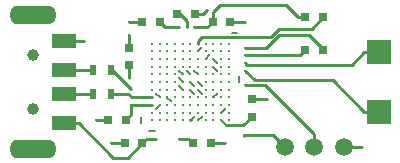
<source format=gtl>
G04 #@! TF.FileFunction,Copper,L1,Top,Signal*
%FSLAX46Y46*%
G04 Gerber Fmt 4.6, Leading zero omitted, Abs format (unit mm)*
G04 Created by KiCad (PCBNEW 4.0.4-stable) date 11/24/16 00:54:14*
%MOMM*%
%LPD*%
G01*
G04 APERTURE LIST*
%ADD10C,0.100000*%
%ADD11R,0.750000X0.800000*%
%ADD12O,4.000000X1.600000*%
%ADD13C,1.000000*%
%ADD14R,2.000000X1.200000*%
%ADD15C,0.304800*%
%ADD16R,2.000000X2.000000*%
%ADD17R,0.800000X0.750000*%
%ADD18C,1.500000*%
%ADD19R,0.500000X0.900000*%
%ADD20R,0.700000X0.750000*%
%ADD21C,0.327000*%
%ADD22C,0.127000*%
%ADD23C,0.254000*%
G04 APERTURE END LIST*
D10*
D11*
X110800000Y-105600000D03*
X110800000Y-104100000D03*
D12*
X102700000Y-112700000D03*
D13*
X102700000Y-109250000D03*
D14*
X105300000Y-110500000D03*
X105300000Y-108000000D03*
X105300000Y-106000000D03*
X105300000Y-103500000D03*
D13*
X102700000Y-104750000D03*
D12*
X102700000Y-101300000D03*
D15*
X112750000Y-103750000D03*
X113400000Y-103750000D03*
X114050000Y-103750000D03*
X114700000Y-103750000D03*
X115350000Y-103750000D03*
X116000000Y-103750000D03*
X116650000Y-103750000D03*
X117300000Y-103750000D03*
X117950000Y-103750000D03*
X118600000Y-103750000D03*
X119250000Y-103750000D03*
X112750000Y-104400000D03*
X113400000Y-104400000D03*
X114050000Y-104400000D03*
X114700000Y-104400000D03*
X115350000Y-104400000D03*
X116000000Y-104400000D03*
X116650000Y-104400000D03*
X117300000Y-104400000D03*
X117950000Y-104400000D03*
X118600000Y-104400000D03*
X119250000Y-104400000D03*
X112750000Y-105050000D03*
X113400000Y-105050000D03*
X114050000Y-105050000D03*
X114700000Y-105050000D03*
X115350000Y-105050000D03*
X116000000Y-105050000D03*
X116650000Y-105050000D03*
X117300000Y-105050000D03*
X117950000Y-105050000D03*
X118600000Y-105050000D03*
X119250000Y-105050000D03*
X112750000Y-105700000D03*
X113400000Y-105700000D03*
X114050000Y-105700000D03*
X114700000Y-105700000D03*
X115350000Y-105700000D03*
X116000000Y-105700000D03*
X116650000Y-105700000D03*
X117300000Y-105700000D03*
X117950000Y-105700000D03*
X118600000Y-105700000D03*
X119250000Y-105700000D03*
X112750000Y-106350000D03*
X113400000Y-106350000D03*
X114050000Y-106350000D03*
X114700000Y-106350000D03*
X115350000Y-106350000D03*
X116000000Y-106350000D03*
X116650000Y-106350000D03*
X117300000Y-106350000D03*
X117950000Y-106350000D03*
X118600000Y-106350000D03*
X119250000Y-106350000D03*
X112750000Y-107000000D03*
X113400000Y-107000000D03*
X114050000Y-107000000D03*
X114700000Y-107000000D03*
X115350000Y-107000000D03*
X116000000Y-107000000D03*
X116650000Y-107000000D03*
X117300000Y-107000000D03*
X117950000Y-107000000D03*
X118600000Y-107000000D03*
X119250000Y-107000000D03*
X112750000Y-107650000D03*
X113400000Y-107650000D03*
X114050000Y-107650000D03*
X114700000Y-107650000D03*
X115350000Y-107650000D03*
X116000000Y-107650000D03*
X116650000Y-107650000D03*
X117300000Y-107650000D03*
X117950000Y-107650000D03*
X118600000Y-107650000D03*
X119250000Y-107650000D03*
X112750000Y-108300000D03*
X113400000Y-108300000D03*
X114050000Y-108300000D03*
X114700000Y-108300000D03*
X115350000Y-108300000D03*
X116000000Y-108300000D03*
X116650000Y-108300000D03*
X117300000Y-108300000D03*
X117950000Y-108300000D03*
X118600000Y-108300000D03*
X119250000Y-108300000D03*
X112750000Y-108950000D03*
X113400000Y-108950000D03*
X114050000Y-108950000D03*
X114700000Y-108950000D03*
X115350000Y-108950000D03*
X116000000Y-108950000D03*
X116650000Y-108950000D03*
X117300000Y-108950000D03*
X117950000Y-108950000D03*
X118600000Y-108950000D03*
X119250000Y-108950000D03*
X112750000Y-109600000D03*
X113400000Y-109600000D03*
X114050000Y-109600000D03*
X114700000Y-109600000D03*
X115350000Y-109600000D03*
X116000000Y-109600000D03*
X116650000Y-109600000D03*
X117300000Y-109600000D03*
X117950000Y-109600000D03*
X118600000Y-109600000D03*
X119250000Y-109600000D03*
X112750000Y-110250000D03*
X113400000Y-110250000D03*
X114050000Y-110250000D03*
X114700000Y-110250000D03*
X115350000Y-110250000D03*
X116000000Y-110250000D03*
X116650000Y-110250000D03*
X117300000Y-110250000D03*
X117950000Y-110250000D03*
X118600000Y-110250000D03*
X119250000Y-110250000D03*
D16*
X132000000Y-109500000D03*
X132000000Y-104500000D03*
D17*
X111950000Y-112200000D03*
X110450000Y-112200000D03*
X116250000Y-112200000D03*
X117750000Y-112200000D03*
X117900000Y-101900000D03*
X119400000Y-101900000D03*
X114915000Y-101240000D03*
X116415000Y-101240000D03*
X113450000Y-101900000D03*
X111950000Y-101900000D03*
D11*
X121200000Y-109950000D03*
X121200000Y-108450000D03*
D18*
X124000000Y-112500000D03*
X126500000Y-112500000D03*
X129000000Y-112500000D03*
D17*
X110550000Y-110200000D03*
X109050000Y-110200000D03*
D19*
X109250000Y-106000000D03*
X107750000Y-106000000D03*
X109250000Y-108000000D03*
X107750000Y-108000000D03*
D20*
X125750000Y-104250000D03*
X127250000Y-104250000D03*
X125750000Y-101500000D03*
X127250000Y-101500000D03*
D21*
X113090000Y-111790000D03*
X113086821Y-109286821D03*
X130500000Y-112500000D03*
X110800000Y-101900000D03*
X120600000Y-101900000D03*
X117400000Y-100900000D03*
X122500000Y-108450000D03*
X118900000Y-112200000D03*
X109300000Y-112200000D03*
X110800000Y-103000000D03*
X116325000Y-107325000D03*
X108000000Y-110200000D03*
X107000000Y-103500000D03*
X118915000Y-109290000D03*
X116349106Y-109925000D03*
X116986821Y-107336821D03*
X116986821Y-107986821D03*
X116336821Y-107986821D03*
X114375000Y-108649106D03*
X110800000Y-106700000D03*
X119015000Y-110665000D03*
X111000000Y-108950000D03*
X115040000Y-111790000D03*
X115040000Y-107340000D03*
X115040000Y-106690000D03*
X116340000Y-102340000D03*
X116340000Y-106040000D03*
X115040000Y-102340000D03*
X115040000Y-106040000D03*
X115690000Y-102340000D03*
X115690000Y-106040000D03*
X120550000Y-111500000D03*
X116986821Y-109936821D03*
X120675000Y-107250000D03*
X118250000Y-108000000D03*
X111000000Y-107615000D03*
X113090000Y-107990000D03*
X120675000Y-104725000D03*
X117625000Y-104725000D03*
X120675000Y-104100000D03*
X116950000Y-104100000D03*
X120675000Y-106025000D03*
X118286821Y-106036821D03*
X120675000Y-105375000D03*
X118275000Y-105375000D03*
D22*
X111850000Y-110000000D02*
X111850000Y-110500000D01*
X120150000Y-106500000D02*
X120150000Y-107000000D01*
X119500000Y-102850000D02*
X120000000Y-102850000D01*
X112500000Y-111150000D02*
X113000000Y-111150000D01*
D23*
X109454000Y-113400000D02*
X110725000Y-113400000D01*
X111925000Y-112200000D02*
X111950000Y-112200000D01*
X110725000Y-113400000D02*
X111925000Y-112200000D01*
X113090000Y-111790000D02*
X112360000Y-111790000D01*
X112360000Y-111790000D02*
X111950000Y-112200000D01*
X106554000Y-110500000D02*
X109454000Y-113400000D01*
X105300000Y-110500000D02*
X106554000Y-110500000D01*
D22*
X113400000Y-108950000D02*
X113400000Y-108973642D01*
X113400000Y-108973642D02*
X113086821Y-109286821D01*
D23*
X129000000Y-112500000D02*
X130500000Y-112500000D01*
X111950000Y-101900000D02*
X110800000Y-101900000D01*
X119400000Y-101900000D02*
X120600000Y-101900000D01*
X116415000Y-101240000D02*
X117060000Y-101240000D01*
X117060000Y-101240000D02*
X117400000Y-100900000D01*
X121200000Y-108450000D02*
X122500000Y-108450000D01*
X117750000Y-112200000D02*
X118900000Y-112200000D01*
X110450000Y-112200000D02*
X109300000Y-112200000D01*
X110800000Y-103446000D02*
X110800000Y-103000000D01*
X110800000Y-104100000D02*
X110800000Y-103446000D01*
D22*
X116000000Y-107000000D02*
X116325000Y-107325000D01*
D23*
X109050000Y-110200000D02*
X108000000Y-110200000D01*
X105300000Y-103500000D02*
X107000000Y-103500000D01*
D22*
X118600000Y-109600000D02*
X118605000Y-109600000D01*
X118605000Y-109600000D02*
X118915000Y-109290000D01*
D23*
X116000000Y-110250000D02*
X116024106Y-110250000D01*
D22*
X116024106Y-110250000D02*
X116349106Y-109925000D01*
X116650000Y-107000000D02*
X116986821Y-107336821D01*
X116650000Y-107650000D02*
X116986821Y-107986821D01*
X116000000Y-107650000D02*
X116336821Y-107986821D01*
X114050000Y-108300000D02*
X114050000Y-108324106D01*
X114050000Y-108324106D02*
X114375000Y-108649106D01*
D23*
X125750000Y-101500000D02*
X125146000Y-101500000D01*
X125146000Y-101500000D02*
X124146000Y-100500000D01*
X124146000Y-100500000D02*
X118500000Y-100500000D01*
X118500000Y-100500000D02*
X117900000Y-101100000D01*
X117900000Y-101100000D02*
X117900000Y-101900000D01*
X117925000Y-101900000D02*
X117900000Y-101900000D01*
X115040000Y-102340000D02*
X113890000Y-102340000D01*
X113890000Y-102340000D02*
X113450000Y-101900000D01*
X116340000Y-102340000D02*
X117460000Y-102340000D01*
X117460000Y-102340000D02*
X117900000Y-101900000D01*
X119015000Y-110665000D02*
X120485000Y-110665000D01*
X120485000Y-110665000D02*
X121200000Y-109950000D01*
X115040000Y-111790000D02*
X115840000Y-111790000D01*
X115840000Y-111790000D02*
X116250000Y-112200000D01*
X110800000Y-106700000D02*
X110800000Y-105600000D01*
X115690000Y-102340000D02*
X115690000Y-101815000D01*
X115690000Y-101815000D02*
X115115000Y-101240000D01*
X111000000Y-108950000D02*
X111000000Y-109750000D01*
X111000000Y-109750000D02*
X110550000Y-110200000D01*
X112750000Y-108950000D02*
X111000000Y-108950000D01*
D22*
X118600000Y-110250000D02*
X119015000Y-110665000D01*
X115350000Y-107650000D02*
X115040000Y-107340000D01*
X115350000Y-107000000D02*
X115040000Y-106690000D01*
X116650000Y-106350000D02*
X116340000Y-106040000D01*
X115350000Y-106350000D02*
X115040000Y-106040000D01*
X116000000Y-106350000D02*
X115690000Y-106040000D01*
X115350000Y-106350000D02*
X115325428Y-106350000D01*
D23*
X120550000Y-111500000D02*
X123000000Y-111500000D01*
X123000000Y-111500000D02*
X124000000Y-112500000D01*
X120550000Y-111500000D02*
X120550000Y-111550000D01*
D22*
X116650000Y-110250000D02*
X116673642Y-110250000D01*
X116673642Y-110250000D02*
X116986821Y-109936821D01*
X116650000Y-110250000D02*
X116655000Y-110250000D01*
D23*
X120675000Y-107250000D02*
X122310660Y-107250000D01*
X122310660Y-107250000D02*
X126500000Y-111439340D01*
X126500000Y-111439340D02*
X126500000Y-112500000D01*
D22*
X117950000Y-108300000D02*
X118250000Y-108000000D01*
X117950000Y-108300000D02*
X117973642Y-108300000D01*
D23*
X109250000Y-108000000D02*
X110767098Y-108000000D01*
X110767098Y-108000000D02*
X111067098Y-108300000D01*
X111067098Y-108300000D02*
X112534474Y-108300000D01*
X112534474Y-108300000D02*
X112750000Y-108300000D01*
X105300000Y-106000000D02*
X107750000Y-106000000D01*
X109250000Y-106000000D02*
X109385000Y-106000000D01*
X109385000Y-106000000D02*
X111000000Y-107615000D01*
D22*
X113400000Y-108300000D02*
X113090000Y-107990000D01*
D23*
X105300000Y-108000000D02*
X107750000Y-108000000D01*
X120675000Y-104725000D02*
X125275000Y-104725000D01*
X125275000Y-104725000D02*
X125750000Y-104250000D01*
D22*
X117300000Y-105050000D02*
X117625000Y-104725000D01*
D23*
X123538828Y-103000000D02*
X126025000Y-103000000D01*
X126025000Y-103000000D02*
X127250000Y-104225000D01*
X127250000Y-104225000D02*
X127250000Y-104250000D01*
X120675000Y-104100000D02*
X122438828Y-104100000D01*
X122438828Y-104100000D02*
X123538828Y-103000000D01*
D22*
X116650000Y-104400000D02*
X116950000Y-104100000D01*
D23*
X123500000Y-102500000D02*
X126275000Y-102500000D01*
X126275000Y-102500000D02*
X127250000Y-101525000D01*
X127250000Y-101525000D02*
X127250000Y-101500000D01*
X122832490Y-103167510D02*
X123500000Y-102500000D01*
X116650000Y-103750000D02*
X116650000Y-103534474D01*
X116650000Y-103534474D02*
X117016964Y-103167510D01*
X117016964Y-103167510D02*
X122832490Y-103167510D01*
X120675000Y-106025000D02*
X121518990Y-106868990D01*
X121518990Y-106868990D02*
X128114990Y-106868990D01*
X128114990Y-106868990D02*
X130746000Y-109500000D01*
X130746000Y-109500000D02*
X132000000Y-109500000D01*
D22*
X117950000Y-105700000D02*
X118286821Y-106036821D01*
D23*
X120675000Y-105375000D02*
X120838499Y-105538499D01*
X120838499Y-105538499D02*
X129707501Y-105538499D01*
X129707501Y-105538499D02*
X130746000Y-104500000D01*
X130746000Y-104500000D02*
X132000000Y-104500000D01*
D22*
X117950000Y-105050000D02*
X118275000Y-105375000D01*
X117300000Y-108950000D02*
X117305000Y-108950000D01*
M02*

</source>
